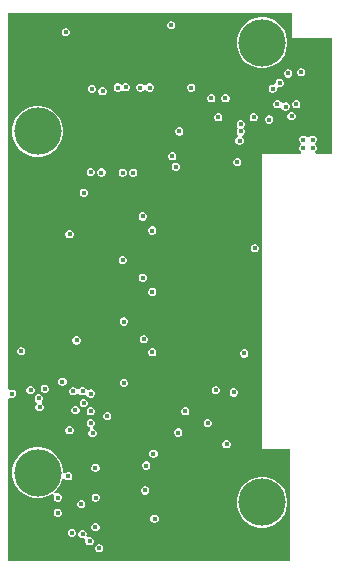
<source format=gbr>
G04*
G04 #@! TF.GenerationSoftware,Altium Limited,Altium Designer,24.9.1 (31)*
G04*
G04 Layer_Physical_Order=3*
G04 Layer_Color=3707366*
%FSLAX44Y44*%
%MOMM*%
G71*
G04*
G04 #@! TF.SameCoordinates,E7EBA232-3E41-4796-8E0E-ADA696DDDB0D*
G04*
G04*
G04 #@! TF.FilePolarity,Positive*
G04*
G01*
G75*
%ADD13C,4.0000*%
%ADD14C,0.4000*%
G36*
X240000Y443000D02*
X274000D01*
Y345000D01*
X260301D01*
X259903Y347000D01*
X259983Y347033D01*
X260967Y348017D01*
X261500Y349304D01*
Y350696D01*
X260967Y351983D01*
X260756Y352193D01*
X260207Y353500D01*
X260756Y354807D01*
X260967Y355017D01*
X261500Y356304D01*
Y357696D01*
X260967Y358983D01*
X259983Y359967D01*
X258696Y360500D01*
X257304D01*
X256017Y359967D01*
X255033Y358983D01*
X252967D01*
X251983Y359967D01*
X250696Y360500D01*
X249304D01*
X248017Y359967D01*
X247033Y358983D01*
X246500Y357696D01*
Y356304D01*
X247033Y355017D01*
X247244Y354807D01*
X247793Y353500D01*
X247244Y352193D01*
X247033Y351983D01*
X246500Y350696D01*
Y349304D01*
X247033Y348017D01*
X248017Y347033D01*
X248097Y347000D01*
X247699Y345000D01*
X215000D01*
Y95000D01*
X239000D01*
Y0D01*
X0D01*
Y137380D01*
X329Y137727D01*
X2000Y138551D01*
X2648Y138283D01*
X4041D01*
X5327Y138816D01*
X6312Y139800D01*
X6844Y141087D01*
Y142479D01*
X6312Y143765D01*
X5327Y144750D01*
X4041Y145283D01*
X2648D01*
X2000Y145014D01*
X329Y145839D01*
X0Y146186D01*
Y464000D01*
X240000D01*
Y443000D01*
D02*
G37*
%LPC*%
G36*
X138696Y457500D02*
X137304D01*
X136017Y456967D01*
X135033Y455983D01*
X134500Y454696D01*
Y453304D01*
X135033Y452017D01*
X136017Y451033D01*
X137304Y450500D01*
X138696D01*
X139983Y451033D01*
X140967Y452017D01*
X141500Y453304D01*
Y454696D01*
X140967Y455983D01*
X139983Y456967D01*
X138696Y457500D01*
D02*
G37*
G36*
X49696Y451500D02*
X48304D01*
X47017Y450967D01*
X46033Y449983D01*
X45500Y448696D01*
Y447304D01*
X46033Y446017D01*
X47017Y445033D01*
X48304Y444500D01*
X49696D01*
X50983Y445033D01*
X51967Y446017D01*
X52500Y447304D01*
Y448696D01*
X51967Y449983D01*
X50983Y450967D01*
X49696Y451500D01*
D02*
G37*
G36*
X217118Y460500D02*
X212882D01*
X208729Y459674D01*
X204816Y458053D01*
X201295Y455700D01*
X198300Y452705D01*
X195947Y449184D01*
X194326Y445271D01*
X193500Y441118D01*
Y436882D01*
X194326Y432729D01*
X195947Y428816D01*
X198300Y425295D01*
X201295Y422300D01*
X204816Y419947D01*
X208729Y418326D01*
X212882Y417500D01*
X217118D01*
X221271Y418326D01*
X225184Y419947D01*
X228705Y422300D01*
X231700Y425295D01*
X234053Y428816D01*
X235674Y432729D01*
X236500Y436882D01*
Y441118D01*
X235674Y445271D01*
X234053Y449184D01*
X231700Y452705D01*
X228705Y455700D01*
X225184Y458053D01*
X221271Y459674D01*
X217118Y460500D01*
D02*
G37*
G36*
X248696Y417500D02*
X247304D01*
X246017Y416967D01*
X245033Y415983D01*
X244500Y414696D01*
Y413304D01*
X245033Y412017D01*
X246017Y411033D01*
X247304Y410500D01*
X248696D01*
X249983Y411033D01*
X250967Y412017D01*
X251500Y413304D01*
Y414696D01*
X250967Y415983D01*
X249983Y416967D01*
X248696Y417500D01*
D02*
G37*
G36*
X237696Y416500D02*
X236304D01*
X235017Y415967D01*
X234033Y414983D01*
X233500Y413696D01*
Y412304D01*
X234033Y411017D01*
X235017Y410033D01*
X236304Y409500D01*
X237696D01*
X238983Y410033D01*
X239967Y411017D01*
X240500Y412304D01*
Y413696D01*
X239967Y414983D01*
X238983Y415967D01*
X237696Y416500D01*
D02*
G37*
G36*
X100352Y404844D02*
X98959D01*
X97673Y404312D01*
X97462Y404101D01*
X96398Y403448D01*
X94858Y404092D01*
X93571Y404625D01*
X92179D01*
X90892Y404092D01*
X89908Y403108D01*
X89375Y401821D01*
Y400429D01*
X89908Y399142D01*
X90892Y398158D01*
X92179Y397625D01*
X93571D01*
X94858Y398158D01*
X95068Y398369D01*
X96133Y399021D01*
X97673Y398377D01*
X98959Y397844D01*
X100352D01*
X101638Y398377D01*
X102623Y399362D01*
X103156Y400648D01*
Y402041D01*
X102623Y403327D01*
X101638Y404312D01*
X100352Y404844D01*
D02*
G37*
G36*
X120571Y404625D02*
X119179D01*
X117892Y404092D01*
X117030Y403229D01*
X116205Y403131D01*
X114772Y403178D01*
X113983Y403967D01*
X112696Y404500D01*
X111304D01*
X110017Y403967D01*
X109033Y402983D01*
X108500Y401696D01*
Y400304D01*
X109033Y399017D01*
X110017Y398033D01*
X111304Y397500D01*
X112696D01*
X113983Y398033D01*
X114845Y398896D01*
X115671Y398994D01*
X117103Y398947D01*
X117892Y398158D01*
X119179Y397625D01*
X120571D01*
X121858Y398158D01*
X122842Y399142D01*
X123375Y400429D01*
Y401821D01*
X122842Y403108D01*
X121858Y404092D01*
X120571Y404625D01*
D02*
G37*
G36*
X155696Y404500D02*
X154304D01*
X153017Y403967D01*
X152033Y402983D01*
X151500Y401696D01*
Y400304D01*
X152033Y399017D01*
X153017Y398033D01*
X154304Y397500D01*
X155696D01*
X156983Y398033D01*
X157967Y399017D01*
X158500Y400304D01*
Y401696D01*
X157967Y402983D01*
X156983Y403967D01*
X155696Y404500D01*
D02*
G37*
G36*
X230696Y408500D02*
X229304D01*
X228017Y407967D01*
X227033Y406983D01*
X226500Y405696D01*
Y404918D01*
X225169Y403711D01*
X224696Y403500D01*
X223304D01*
X222017Y402967D01*
X221033Y401983D01*
X220500Y400696D01*
Y399304D01*
X221033Y398017D01*
X222017Y397033D01*
X223304Y396500D01*
X224696D01*
X225983Y397033D01*
X226967Y398017D01*
X227500Y399304D01*
Y400082D01*
X228831Y401289D01*
X229304Y401500D01*
X230696D01*
X231983Y402033D01*
X232967Y403017D01*
X233500Y404304D01*
Y405696D01*
X232967Y406983D01*
X231983Y407967D01*
X230696Y408500D01*
D02*
G37*
G36*
X71696Y403500D02*
X70304D01*
X69017Y402967D01*
X68033Y401983D01*
X67500Y400696D01*
Y399304D01*
X68033Y398017D01*
X69017Y397033D01*
X70304Y396500D01*
X71696D01*
X72983Y397033D01*
X73967Y398017D01*
X74500Y399304D01*
Y400696D01*
X73967Y401983D01*
X72983Y402967D01*
X71696Y403500D01*
D02*
G37*
G36*
X80696Y401500D02*
X79304D01*
X78017Y400967D01*
X77033Y399983D01*
X76500Y398696D01*
Y397304D01*
X77033Y396017D01*
X78017Y395033D01*
X79304Y394500D01*
X80696D01*
X81983Y395033D01*
X82967Y396017D01*
X83500Y397304D01*
Y398696D01*
X82967Y399983D01*
X81983Y400967D01*
X80696Y401500D01*
D02*
G37*
G36*
X184696Y395500D02*
X183304D01*
X182017Y394967D01*
X181033Y393983D01*
X180500Y392696D01*
Y391304D01*
X181033Y390017D01*
X182017Y389033D01*
X183304Y388500D01*
X184696D01*
X185983Y389033D01*
X186967Y390017D01*
X187500Y391304D01*
Y392696D01*
X186967Y393983D01*
X185983Y394967D01*
X184696Y395500D01*
D02*
G37*
G36*
X172696D02*
X171304D01*
X170017Y394967D01*
X169033Y393983D01*
X168500Y392696D01*
Y391304D01*
X169033Y390017D01*
X170017Y389033D01*
X171304Y388500D01*
X172696D01*
X173983Y389033D01*
X174967Y390017D01*
X175500Y391304D01*
Y392696D01*
X174967Y393983D01*
X173983Y394967D01*
X172696Y395500D01*
D02*
G37*
G36*
X244696Y390500D02*
X243304D01*
X242017Y389967D01*
X241033Y388983D01*
X240500Y387696D01*
Y386304D01*
X241033Y385017D01*
X242017Y384033D01*
X243304Y383500D01*
X244696D01*
X245983Y384033D01*
X246967Y385017D01*
X247500Y386304D01*
Y387696D01*
X246967Y388983D01*
X245983Y389967D01*
X244696Y390500D01*
D02*
G37*
G36*
X228696D02*
X227304D01*
X226017Y389967D01*
X225033Y388983D01*
X224500Y387696D01*
Y386304D01*
X225033Y385017D01*
X226017Y384033D01*
X227304Y383500D01*
X228696D01*
X229652Y383896D01*
X230081Y383991D01*
X231963Y383185D01*
X232033Y383017D01*
X233017Y382033D01*
X234304Y381500D01*
X235696D01*
X236983Y382033D01*
X237967Y383017D01*
X238500Y384304D01*
Y385696D01*
X237967Y386983D01*
X236983Y387967D01*
X235696Y388500D01*
X234304D01*
X233348Y388104D01*
X232919Y388009D01*
X231037Y388815D01*
X230967Y388983D01*
X229983Y389967D01*
X228696Y390500D01*
D02*
G37*
G36*
X240696Y380500D02*
X239304D01*
X238017Y379967D01*
X237033Y378983D01*
X236500Y377696D01*
Y376304D01*
X237033Y375017D01*
X238017Y374033D01*
X239304Y373500D01*
X240696D01*
X241983Y374033D01*
X242967Y375017D01*
X243500Y376304D01*
Y377696D01*
X242967Y378983D01*
X241983Y379967D01*
X240696Y380500D01*
D02*
G37*
G36*
X208696Y379500D02*
X207304D01*
X206017Y378967D01*
X205033Y377983D01*
X204500Y376696D01*
Y375304D01*
X205033Y374017D01*
X206017Y373033D01*
X207304Y372500D01*
X208696D01*
X209983Y373033D01*
X210967Y374017D01*
X211500Y375304D01*
Y376696D01*
X210967Y377983D01*
X209983Y378967D01*
X208696Y379500D01*
D02*
G37*
G36*
X178696D02*
X177304D01*
X176017Y378967D01*
X175033Y377983D01*
X174500Y376696D01*
Y375304D01*
X175033Y374017D01*
X176017Y373033D01*
X177304Y372500D01*
X178696D01*
X179983Y373033D01*
X180967Y374017D01*
X181500Y375304D01*
Y376696D01*
X180967Y377983D01*
X179983Y378967D01*
X178696Y379500D01*
D02*
G37*
G36*
X221696Y377500D02*
X220304D01*
X219017Y376967D01*
X218033Y375983D01*
X217500Y374696D01*
Y373304D01*
X218033Y372017D01*
X219017Y371033D01*
X220304Y370500D01*
X221696D01*
X222983Y371033D01*
X223967Y372017D01*
X224500Y373304D01*
Y374696D01*
X223967Y375983D01*
X222983Y376967D01*
X221696Y377500D01*
D02*
G37*
G36*
X145696Y367500D02*
X144304D01*
X143017Y366967D01*
X142033Y365983D01*
X141500Y364696D01*
Y363304D01*
X142033Y362017D01*
X143017Y361033D01*
X144304Y360500D01*
X145696D01*
X146983Y361033D01*
X147967Y362017D01*
X148500Y363304D01*
Y364696D01*
X147967Y365983D01*
X146983Y366967D01*
X145696Y367500D01*
D02*
G37*
G36*
X197696Y373500D02*
X196304D01*
X195017Y372967D01*
X194033Y371983D01*
X193500Y370696D01*
Y369304D01*
X194033Y368017D01*
X194987Y367000D01*
X194033Y365983D01*
X193500Y364696D01*
Y363304D01*
X194033Y362017D01*
X194702Y361348D01*
X194628Y359832D01*
X194398Y359125D01*
X194017Y358967D01*
X193033Y357983D01*
X192500Y356696D01*
Y355304D01*
X193033Y354017D01*
X194017Y353033D01*
X195304Y352500D01*
X196696D01*
X197983Y353033D01*
X198967Y354017D01*
X199500Y355304D01*
Y356696D01*
X198967Y357983D01*
X198298Y358652D01*
X198372Y360168D01*
X198602Y360875D01*
X198983Y361033D01*
X199967Y362017D01*
X200500Y363304D01*
Y364696D01*
X199967Y365983D01*
X199013Y367000D01*
X199967Y368017D01*
X200500Y369304D01*
Y370696D01*
X199967Y371983D01*
X198983Y372967D01*
X197696Y373500D01*
D02*
G37*
G36*
X27118Y385500D02*
X22882D01*
X18729Y384674D01*
X14816Y383053D01*
X11295Y380700D01*
X8300Y377705D01*
X5947Y374184D01*
X4326Y370271D01*
X3500Y366118D01*
Y361882D01*
X4326Y357729D01*
X5947Y353816D01*
X8300Y350295D01*
X11295Y347300D01*
X14816Y344947D01*
X18729Y343326D01*
X22882Y342500D01*
X27118D01*
X31271Y343326D01*
X35184Y344947D01*
X38705Y347300D01*
X41700Y350295D01*
X44053Y353816D01*
X45674Y357729D01*
X46500Y361882D01*
Y366118D01*
X45674Y370271D01*
X44053Y374184D01*
X41700Y377705D01*
X38705Y380700D01*
X35184Y383053D01*
X31271Y384674D01*
X27118Y385500D01*
D02*
G37*
G36*
X139696Y346500D02*
X138304D01*
X137017Y345967D01*
X136033Y344983D01*
X135500Y343696D01*
Y342304D01*
X136033Y341017D01*
X137017Y340033D01*
X138304Y339500D01*
X139696D01*
X140983Y340033D01*
X141967Y341017D01*
X142500Y342304D01*
Y343696D01*
X141967Y344983D01*
X140983Y345967D01*
X139696Y346500D01*
D02*
G37*
G36*
X194696Y341500D02*
X193304D01*
X192017Y340967D01*
X191033Y339983D01*
X190500Y338696D01*
Y337304D01*
X191033Y336017D01*
X192017Y335033D01*
X193304Y334500D01*
X194696D01*
X195983Y335033D01*
X196967Y336017D01*
X197500Y337304D01*
Y338696D01*
X196967Y339983D01*
X195983Y340967D01*
X194696Y341500D01*
D02*
G37*
G36*
X142696Y337500D02*
X141304D01*
X140017Y336967D01*
X139033Y335983D01*
X138500Y334696D01*
Y333304D01*
X139033Y332017D01*
X140017Y331033D01*
X141304Y330500D01*
X142696D01*
X143983Y331033D01*
X144967Y332017D01*
X145500Y333304D01*
Y334696D01*
X144967Y335983D01*
X143983Y336967D01*
X142696Y337500D01*
D02*
G37*
G36*
X70696Y332987D02*
X69304D01*
X68017Y332454D01*
X67033Y331470D01*
X66500Y330183D01*
Y328791D01*
X67033Y327505D01*
X68017Y326520D01*
X69304Y325987D01*
X70696D01*
X71983Y326520D01*
X72967Y327505D01*
X73500Y328791D01*
Y330183D01*
X72967Y331470D01*
X71983Y332454D01*
X70696Y332987D01*
D02*
G37*
G36*
X79696Y332625D02*
X78304D01*
X77017Y332092D01*
X76033Y331108D01*
X75500Y329821D01*
Y328429D01*
X76033Y327142D01*
X77017Y326158D01*
X78304Y325625D01*
X79696D01*
X80983Y326158D01*
X81967Y327142D01*
X82500Y328429D01*
Y329821D01*
X81967Y331108D01*
X80983Y332092D01*
X79696Y332625D01*
D02*
G37*
G36*
X106696Y332500D02*
X105304D01*
X104017Y331967D01*
X103033Y330983D01*
X102500Y329696D01*
Y328304D01*
X103033Y327017D01*
X104017Y326033D01*
X105304Y325500D01*
X106696D01*
X107983Y326033D01*
X108967Y327017D01*
X109500Y328304D01*
Y329696D01*
X108967Y330983D01*
X107983Y331967D01*
X106696Y332500D01*
D02*
G37*
G36*
X97696D02*
X96304D01*
X95017Y331967D01*
X94033Y330983D01*
X93500Y329696D01*
Y328304D01*
X94033Y327017D01*
X95017Y326033D01*
X96304Y325500D01*
X97696D01*
X98983Y326033D01*
X99967Y327017D01*
X100500Y328304D01*
Y329696D01*
X99967Y330983D01*
X98983Y331967D01*
X97696Y332500D01*
D02*
G37*
G36*
X64696Y315500D02*
X63304D01*
X62017Y314967D01*
X61033Y313983D01*
X60500Y312696D01*
Y311304D01*
X61033Y310017D01*
X62017Y309033D01*
X63304Y308500D01*
X64696D01*
X65983Y309033D01*
X66967Y310017D01*
X67500Y311304D01*
Y312696D01*
X66967Y313983D01*
X65983Y314967D01*
X64696Y315500D01*
D02*
G37*
G36*
X114696Y295500D02*
X113304D01*
X112017Y294967D01*
X111033Y293983D01*
X110500Y292696D01*
Y291304D01*
X111033Y290017D01*
X112017Y289033D01*
X113304Y288500D01*
X114696D01*
X115983Y289033D01*
X116967Y290017D01*
X117500Y291304D01*
Y292696D01*
X116967Y293983D01*
X115983Y294967D01*
X114696Y295500D01*
D02*
G37*
G36*
X122696Y283500D02*
X121304D01*
X120017Y282967D01*
X119033Y281983D01*
X118500Y280696D01*
Y279304D01*
X119033Y278017D01*
X120017Y277033D01*
X121304Y276500D01*
X122696D01*
X123983Y277033D01*
X124967Y278017D01*
X125500Y279304D01*
Y280696D01*
X124967Y281983D01*
X123983Y282967D01*
X122696Y283500D01*
D02*
G37*
G36*
X52696Y280429D02*
X51304D01*
X50017Y279896D01*
X49033Y278912D01*
X48500Y277625D01*
Y276233D01*
X49033Y274946D01*
X50017Y273962D01*
X51304Y273429D01*
X52696D01*
X53983Y273962D01*
X54967Y274946D01*
X55500Y276233D01*
Y277625D01*
X54967Y278912D01*
X53983Y279896D01*
X52696Y280429D01*
D02*
G37*
G36*
X209696Y268500D02*
X208304D01*
X207017Y267967D01*
X206033Y266983D01*
X205500Y265696D01*
Y264304D01*
X206033Y263017D01*
X207017Y262033D01*
X208304Y261500D01*
X209696D01*
X210983Y262033D01*
X211967Y263017D01*
X212500Y264304D01*
Y265696D01*
X211967Y266983D01*
X210983Y267967D01*
X209696Y268500D01*
D02*
G37*
G36*
X97696Y258500D02*
X96304D01*
X95017Y257967D01*
X94033Y256983D01*
X93500Y255696D01*
Y254304D01*
X94033Y253017D01*
X95017Y252033D01*
X96304Y251500D01*
X97696D01*
X98983Y252033D01*
X99967Y253017D01*
X100500Y254304D01*
Y255696D01*
X99967Y256983D01*
X98983Y257967D01*
X97696Y258500D01*
D02*
G37*
G36*
X114696Y243500D02*
X113304D01*
X112017Y242967D01*
X111033Y241983D01*
X110500Y240696D01*
Y239304D01*
X111033Y238017D01*
X112017Y237033D01*
X113304Y236500D01*
X114696D01*
X115983Y237033D01*
X116967Y238017D01*
X117500Y239304D01*
Y240696D01*
X116967Y241983D01*
X115983Y242967D01*
X114696Y243500D01*
D02*
G37*
G36*
X122696Y231500D02*
X121304D01*
X120017Y230967D01*
X119033Y229983D01*
X118500Y228696D01*
Y227304D01*
X119033Y226017D01*
X120017Y225033D01*
X121304Y224500D01*
X122696D01*
X123983Y225033D01*
X124967Y226017D01*
X125500Y227304D01*
Y228696D01*
X124967Y229983D01*
X123983Y230967D01*
X122696Y231500D01*
D02*
G37*
G36*
X98696Y206500D02*
X97304D01*
X96017Y205967D01*
X95033Y204983D01*
X94500Y203696D01*
Y202304D01*
X95033Y201017D01*
X96017Y200033D01*
X97304Y199500D01*
X98696D01*
X99983Y200033D01*
X100967Y201017D01*
X101500Y202304D01*
Y203696D01*
X100967Y204983D01*
X99983Y205967D01*
X98696Y206500D01*
D02*
G37*
G36*
X115696Y191500D02*
X114304D01*
X113017Y190967D01*
X112033Y189983D01*
X111500Y188696D01*
Y187304D01*
X112033Y186017D01*
X113017Y185033D01*
X114304Y184500D01*
X115696D01*
X116983Y185033D01*
X117967Y186017D01*
X118500Y187304D01*
Y188696D01*
X117967Y189983D01*
X116983Y190967D01*
X115696Y191500D01*
D02*
G37*
G36*
X58696Y190500D02*
X57304D01*
X56017Y189967D01*
X55033Y188983D01*
X54500Y187696D01*
Y186304D01*
X55033Y185017D01*
X56017Y184033D01*
X57304Y183500D01*
X58696D01*
X59983Y184033D01*
X60967Y185017D01*
X61500Y186304D01*
Y187696D01*
X60967Y188983D01*
X59983Y189967D01*
X58696Y190500D01*
D02*
G37*
G36*
X11696Y181500D02*
X10304D01*
X9017Y180967D01*
X8033Y179983D01*
X7500Y178696D01*
Y177304D01*
X8033Y176017D01*
X9017Y175033D01*
X10304Y174500D01*
X11696D01*
X12983Y175033D01*
X13967Y176017D01*
X14500Y177304D01*
Y178696D01*
X13967Y179983D01*
X12983Y180967D01*
X11696Y181500D01*
D02*
G37*
G36*
X122696Y180500D02*
X121304D01*
X120017Y179967D01*
X119033Y178983D01*
X118500Y177696D01*
Y176304D01*
X119033Y175017D01*
X120017Y174033D01*
X121304Y173500D01*
X122696D01*
X123983Y174033D01*
X124967Y175017D01*
X125500Y176304D01*
Y177696D01*
X124967Y178983D01*
X123983Y179967D01*
X122696Y180500D01*
D02*
G37*
G36*
X200696Y179500D02*
X199304D01*
X198017Y178967D01*
X197033Y177983D01*
X196500Y176696D01*
Y175304D01*
X197033Y174017D01*
X198017Y173033D01*
X199304Y172500D01*
X200696D01*
X201983Y173033D01*
X202967Y174017D01*
X203500Y175304D01*
Y176696D01*
X202967Y177983D01*
X201983Y178967D01*
X200696Y179500D01*
D02*
G37*
G36*
X46696Y155500D02*
X45304D01*
X44017Y154967D01*
X43033Y153983D01*
X42500Y152696D01*
Y151304D01*
X43033Y150017D01*
X44017Y149033D01*
X45304Y148500D01*
X46696D01*
X47983Y149033D01*
X48967Y150017D01*
X49500Y151304D01*
Y152696D01*
X48967Y153983D01*
X47983Y154967D01*
X46696Y155500D01*
D02*
G37*
G36*
X98696Y154500D02*
X97304D01*
X96017Y153967D01*
X95033Y152983D01*
X94500Y151696D01*
Y150304D01*
X95033Y149017D01*
X96017Y148033D01*
X97304Y147500D01*
X98696D01*
X99983Y148033D01*
X100967Y149017D01*
X101500Y150304D01*
Y151696D01*
X100967Y152983D01*
X99983Y153967D01*
X98696Y154500D01*
D02*
G37*
G36*
X63696Y147500D02*
X62304D01*
X61017Y146967D01*
X60033Y145983D01*
X57967D01*
X56983Y146967D01*
X55696Y147500D01*
X54304D01*
X53017Y146967D01*
X52033Y145983D01*
X51500Y144696D01*
Y143304D01*
X52033Y142017D01*
X53017Y141033D01*
X54304Y140500D01*
X55696D01*
X56983Y141033D01*
X57967Y142017D01*
X60033D01*
X61017Y141033D01*
X62304Y140500D01*
X63696D01*
X64652Y140896D01*
X65081Y140991D01*
X66963Y140185D01*
X67033Y140017D01*
X68017Y139033D01*
X69304Y138500D01*
X70696D01*
X71983Y139033D01*
X72967Y140017D01*
X73500Y141304D01*
Y142696D01*
X72967Y143983D01*
X71983Y144967D01*
X70696Y145500D01*
X69304D01*
X68348Y145104D01*
X67919Y145009D01*
X66037Y145815D01*
X65967Y145983D01*
X64983Y146967D01*
X63696Y147500D01*
D02*
G37*
G36*
X31696Y149500D02*
X30304D01*
X29017Y148967D01*
X28033Y147983D01*
X27500Y146696D01*
Y145304D01*
X28033Y144017D01*
X29017Y143033D01*
X30304Y142500D01*
X31696D01*
X32983Y143033D01*
X33967Y144017D01*
X34500Y145304D01*
Y146696D01*
X33967Y147983D01*
X32983Y148967D01*
X31696Y149500D01*
D02*
G37*
G36*
X176696Y148500D02*
X175304D01*
X174017Y147967D01*
X173033Y146983D01*
X172500Y145696D01*
Y144304D01*
X173033Y143017D01*
X174017Y142033D01*
X175304Y141500D01*
X176696D01*
X177983Y142033D01*
X178967Y143017D01*
X179500Y144304D01*
Y145696D01*
X178967Y146983D01*
X177983Y147967D01*
X176696Y148500D01*
D02*
G37*
G36*
X19696D02*
X18304D01*
X17017Y147967D01*
X16033Y146983D01*
X15500Y145696D01*
Y144304D01*
X16033Y143017D01*
X17017Y142033D01*
X18304Y141500D01*
X19696D01*
X20983Y142033D01*
X21967Y143017D01*
X22500Y144304D01*
Y145696D01*
X21967Y146983D01*
X20983Y147967D01*
X19696Y148500D01*
D02*
G37*
G36*
X191696Y146500D02*
X190304D01*
X189017Y145967D01*
X188033Y144983D01*
X187500Y143696D01*
Y142304D01*
X188033Y141017D01*
X189017Y140033D01*
X190304Y139500D01*
X191696D01*
X192983Y140033D01*
X193967Y141017D01*
X194500Y142304D01*
Y143696D01*
X193967Y144983D01*
X192983Y145967D01*
X191696Y146500D01*
D02*
G37*
G36*
X64696Y137500D02*
X63304D01*
X62017Y136967D01*
X61033Y135983D01*
X60500Y134696D01*
Y133304D01*
X61033Y132017D01*
X62017Y131033D01*
X63304Y130500D01*
X64696D01*
X65983Y131033D01*
X66967Y132017D01*
X67500Y133304D01*
Y134696D01*
X66967Y135983D01*
X65983Y136967D01*
X64696Y137500D01*
D02*
G37*
G36*
X26663Y141517D02*
X25271D01*
X23985Y140985D01*
X23000Y140000D01*
X22467Y138714D01*
Y137321D01*
X23000Y136035D01*
X23834Y135201D01*
X23992Y134889D01*
X24089Y132842D01*
X23729Y132483D01*
X23196Y131196D01*
Y129804D01*
X23729Y128517D01*
X24714Y127533D01*
X26000Y127000D01*
X27392D01*
X28679Y127533D01*
X29663Y128517D01*
X30196Y129804D01*
Y131196D01*
X29663Y132483D01*
X28829Y133317D01*
X28671Y133628D01*
X28575Y135675D01*
X28934Y136035D01*
X29467Y137321D01*
Y138714D01*
X28934Y140000D01*
X27950Y140985D01*
X26663Y141517D01*
D02*
G37*
G36*
X57696Y131500D02*
X56304D01*
X55017Y130967D01*
X54033Y129983D01*
X53500Y128696D01*
Y127304D01*
X54033Y126017D01*
X55017Y125033D01*
X56304Y124500D01*
X57696D01*
X58983Y125033D01*
X59967Y126017D01*
X60500Y127304D01*
Y128696D01*
X59967Y129983D01*
X58983Y130967D01*
X57696Y131500D01*
D02*
G37*
G36*
X150696Y130500D02*
X149304D01*
X148017Y129967D01*
X147033Y128983D01*
X146500Y127696D01*
Y126304D01*
X147033Y125017D01*
X148017Y124033D01*
X149304Y123500D01*
X150696D01*
X151983Y124033D01*
X152967Y125017D01*
X153500Y126304D01*
Y127696D01*
X152967Y128983D01*
X151983Y129967D01*
X150696Y130500D01*
D02*
G37*
G36*
X70701Y130495D02*
X69309D01*
X68023Y129962D01*
X67038Y128977D01*
X66505Y127691D01*
Y126299D01*
X67038Y125012D01*
X68023Y124028D01*
X69309Y123495D01*
X70701D01*
X71988Y124028D01*
X72972Y125012D01*
X73505Y126299D01*
Y127691D01*
X72972Y128977D01*
X71988Y129962D01*
X70701Y130495D01*
D02*
G37*
G36*
X84696Y126500D02*
X83304D01*
X82017Y125967D01*
X81033Y124983D01*
X80500Y123696D01*
Y122304D01*
X81033Y121017D01*
X82017Y120033D01*
X83304Y119500D01*
X84696D01*
X85983Y120033D01*
X86967Y121017D01*
X87500Y122304D01*
Y123696D01*
X86967Y124983D01*
X85983Y125967D01*
X84696Y126500D01*
D02*
G37*
G36*
X169696Y120500D02*
X168304D01*
X167017Y119967D01*
X166033Y118983D01*
X165500Y117696D01*
Y116304D01*
X166033Y115017D01*
X167017Y114033D01*
X168304Y113500D01*
X169696D01*
X170983Y114033D01*
X171967Y115017D01*
X172500Y116304D01*
Y117696D01*
X171967Y118983D01*
X170983Y119967D01*
X169696Y120500D01*
D02*
G37*
G36*
X52696Y114500D02*
X51304D01*
X50017Y113967D01*
X49033Y112983D01*
X48500Y111696D01*
Y110304D01*
X49033Y109017D01*
X50017Y108033D01*
X51304Y107500D01*
X52696D01*
X53983Y108033D01*
X54967Y109017D01*
X55500Y110304D01*
Y111696D01*
X54967Y112983D01*
X53983Y113967D01*
X52696Y114500D01*
D02*
G37*
G36*
X144696Y112500D02*
X143304D01*
X142017Y111967D01*
X141033Y110983D01*
X140500Y109696D01*
Y108304D01*
X141033Y107017D01*
X142017Y106033D01*
X143304Y105500D01*
X144696D01*
X145983Y106033D01*
X146967Y107017D01*
X147500Y108304D01*
Y109696D01*
X146967Y110983D01*
X145983Y111967D01*
X144696Y112500D01*
D02*
G37*
G36*
X70696Y120500D02*
X69304D01*
X68017Y119967D01*
X67033Y118983D01*
X66500Y117696D01*
Y116304D01*
X67033Y115017D01*
X68017Y114033D01*
X69251Y113522D01*
X69331Y113312D01*
X69597Y111500D01*
X69517Y111467D01*
X68533Y110483D01*
X68000Y109196D01*
Y107804D01*
X68533Y106517D01*
X69517Y105533D01*
X70804Y105000D01*
X72196D01*
X73483Y105533D01*
X74467Y106517D01*
X75000Y107804D01*
Y109196D01*
X74467Y110483D01*
X73483Y111467D01*
X72249Y111978D01*
X72169Y112188D01*
X71903Y114000D01*
X71983Y114033D01*
X72967Y115017D01*
X73500Y116304D01*
Y117696D01*
X72967Y118983D01*
X71983Y119967D01*
X70696Y120500D01*
D02*
G37*
G36*
X185696Y102500D02*
X184304D01*
X183017Y101967D01*
X182033Y100983D01*
X181500Y99696D01*
Y98304D01*
X182033Y97017D01*
X183017Y96033D01*
X184304Y95500D01*
X185696D01*
X186983Y96033D01*
X187967Y97017D01*
X188500Y98304D01*
Y99696D01*
X187967Y100983D01*
X186983Y101967D01*
X185696Y102500D01*
D02*
G37*
G36*
X123696Y94500D02*
X122304D01*
X121017Y93967D01*
X120033Y92983D01*
X119500Y91696D01*
Y90304D01*
X120033Y89017D01*
X121017Y88033D01*
X122304Y87500D01*
X123696D01*
X124983Y88033D01*
X125967Y89017D01*
X126500Y90304D01*
Y91696D01*
X125967Y92983D01*
X124983Y93967D01*
X123696Y94500D01*
D02*
G37*
G36*
X117696Y84500D02*
X116304D01*
X115017Y83967D01*
X114033Y82983D01*
X113500Y81696D01*
Y80304D01*
X114033Y79017D01*
X115017Y78033D01*
X116304Y77500D01*
X117696D01*
X118983Y78033D01*
X119967Y79017D01*
X120500Y80304D01*
Y81696D01*
X119967Y82983D01*
X118983Y83967D01*
X117696Y84500D01*
D02*
G37*
G36*
X74696Y82500D02*
X73304D01*
X72017Y81967D01*
X71033Y80983D01*
X70500Y79696D01*
Y78304D01*
X71033Y77017D01*
X72017Y76033D01*
X73304Y75500D01*
X74696D01*
X75983Y76033D01*
X76967Y77017D01*
X77500Y78304D01*
Y79696D01*
X76967Y80983D01*
X75983Y81967D01*
X74696Y82500D01*
D02*
G37*
G36*
X27118Y96500D02*
X22882D01*
X18729Y95674D01*
X14816Y94053D01*
X11295Y91700D01*
X8300Y88705D01*
X5947Y85184D01*
X4326Y81271D01*
X3500Y77118D01*
Y72882D01*
X4326Y68729D01*
X5947Y64816D01*
X8300Y61295D01*
X11295Y58300D01*
X14816Y55947D01*
X18729Y54326D01*
X22882Y53500D01*
X27118D01*
X31271Y54326D01*
X35184Y55947D01*
X37485Y57484D01*
X39063Y56133D01*
X39033Y55983D01*
X38842Y55523D01*
X38500Y54696D01*
Y53304D01*
X39033Y52017D01*
X40017Y51033D01*
X41304Y50500D01*
X42696D01*
X43983Y51033D01*
X44967Y52017D01*
X45500Y53304D01*
Y54696D01*
X44967Y55983D01*
X43983Y56967D01*
X42696Y57500D01*
X41304D01*
X40017Y56967D01*
X40017D01*
X40907Y57336D01*
X39998Y56995D01*
X38928Y58495D01*
X38925Y58520D01*
X39637Y59231D01*
X41700Y61295D01*
X44053Y64816D01*
X45674Y68729D01*
X45910Y69916D01*
X47990Y70121D01*
X48033Y70017D01*
X49017Y69033D01*
X50304Y68500D01*
X51696D01*
X52983Y69033D01*
X53967Y70017D01*
X54500Y71304D01*
Y72696D01*
X53967Y73983D01*
X52983Y74967D01*
X51696Y75500D01*
X50304D01*
X49017Y74967D01*
X48500Y74450D01*
X46500Y75110D01*
Y77118D01*
X45674Y81271D01*
X44053Y85184D01*
X41700Y88705D01*
X38705Y91700D01*
X35184Y94053D01*
X31271Y95674D01*
X27118Y96500D01*
D02*
G37*
G36*
X116696Y63500D02*
X115304D01*
X114017Y62967D01*
X113033Y61983D01*
X112500Y60696D01*
Y59304D01*
X113033Y58017D01*
X114017Y57033D01*
X115304Y56500D01*
X116696D01*
X117983Y57033D01*
X118967Y58017D01*
X119500Y59304D01*
Y60696D01*
X118967Y61983D01*
X117983Y62967D01*
X116696Y63500D01*
D02*
G37*
G36*
X74821Y57375D02*
X73429D01*
X72142Y56842D01*
X71158Y55858D01*
X70625Y54571D01*
Y53179D01*
X71158Y51892D01*
X72142Y50908D01*
X73429Y50375D01*
X74821D01*
X76108Y50908D01*
X77092Y51892D01*
X77625Y53179D01*
Y54571D01*
X77092Y55858D01*
X76108Y56842D01*
X74821Y57375D01*
D02*
G37*
G36*
X62696Y52000D02*
X61304D01*
X60017Y51467D01*
X59033Y50483D01*
X58500Y49196D01*
Y47804D01*
X59033Y46517D01*
X60017Y45533D01*
X61304Y45000D01*
X62696D01*
X63983Y45533D01*
X64967Y46517D01*
X65500Y47804D01*
Y49196D01*
X64967Y50483D01*
X63983Y51467D01*
X62696Y52000D01*
D02*
G37*
G36*
X42696Y44500D02*
X41304D01*
X40017Y43967D01*
X39033Y42983D01*
X38500Y41696D01*
Y40304D01*
X39033Y39017D01*
X40017Y38033D01*
X41304Y37500D01*
X42696D01*
X43983Y38033D01*
X44967Y39017D01*
X45500Y40304D01*
Y41696D01*
X44967Y42983D01*
X43983Y43967D01*
X42696Y44500D01*
D02*
G37*
G36*
X124696Y39500D02*
X123304D01*
X122017Y38967D01*
X121033Y37983D01*
X120500Y36696D01*
Y35304D01*
X121033Y34017D01*
X122017Y33033D01*
X123304Y32500D01*
X124696D01*
X125983Y33033D01*
X126967Y34017D01*
X127500Y35304D01*
Y36696D01*
X126967Y37983D01*
X125983Y38967D01*
X124696Y39500D01*
D02*
G37*
G36*
X217118Y71500D02*
X212882D01*
X208729Y70674D01*
X204816Y69053D01*
X201295Y66700D01*
X198300Y63705D01*
X195947Y60184D01*
X194326Y56271D01*
X193500Y52118D01*
Y47882D01*
X194326Y43729D01*
X195947Y39816D01*
X198300Y36295D01*
X201295Y33300D01*
X204816Y30947D01*
X208729Y29326D01*
X212882Y28500D01*
X217118D01*
X221271Y29326D01*
X225184Y30947D01*
X228705Y33300D01*
X231700Y36295D01*
X234053Y39816D01*
X235674Y43729D01*
X236500Y47882D01*
Y52118D01*
X235674Y56271D01*
X234053Y60184D01*
X231700Y63705D01*
X228705Y66700D01*
X225184Y69053D01*
X221271Y70674D01*
X217118Y71500D01*
D02*
G37*
G36*
X74696Y32500D02*
X73304D01*
X72017Y31967D01*
X71033Y30983D01*
X70500Y29696D01*
Y28304D01*
X71033Y27017D01*
X72017Y26033D01*
X73304Y25500D01*
X74696D01*
X75983Y26033D01*
X76967Y27017D01*
X77500Y28304D01*
Y29696D01*
X76967Y30983D01*
X75983Y31967D01*
X74696Y32500D01*
D02*
G37*
G36*
X54696Y27500D02*
X53304D01*
X52017Y26967D01*
X51033Y25983D01*
X50500Y24696D01*
Y23304D01*
X51033Y22017D01*
X52017Y21033D01*
X53304Y20500D01*
X54696D01*
X55983Y21033D01*
X56967Y22017D01*
X57500Y23304D01*
Y24696D01*
X56967Y25983D01*
X55983Y26967D01*
X54696Y27500D01*
D02*
G37*
G36*
X63696Y26500D02*
X62304D01*
X61017Y25967D01*
X60033Y24983D01*
X59500Y23696D01*
Y22304D01*
X60033Y21017D01*
X61017Y20033D01*
X62304Y19500D01*
X63696D01*
X64162Y19693D01*
X65693Y18162D01*
X65500Y17696D01*
Y16304D01*
X66033Y15017D01*
X67017Y14033D01*
X68304Y13500D01*
X69696D01*
X70983Y14033D01*
X71967Y15017D01*
X72500Y16304D01*
Y17696D01*
X71967Y18983D01*
X70983Y19967D01*
X69696Y20500D01*
X68304D01*
X67838Y20307D01*
X66307Y21838D01*
X66500Y22304D01*
Y23696D01*
X65967Y24983D01*
X64983Y25967D01*
X63696Y26500D01*
D02*
G37*
G36*
X77696Y14500D02*
X76304D01*
X75017Y13967D01*
X74033Y12983D01*
X73500Y11696D01*
Y10304D01*
X74033Y9017D01*
X75017Y8033D01*
X76304Y7500D01*
X77696D01*
X78983Y8033D01*
X79967Y9017D01*
X80500Y10304D01*
Y11696D01*
X79967Y12983D01*
X78983Y13967D01*
X77696Y14500D01*
D02*
G37*
%LPD*%
D13*
X215000Y439000D02*
D03*
X25000Y364000D02*
D03*
Y75000D02*
D03*
X215000Y50000D02*
D03*
D14*
X3344Y141783D02*
D03*
X19000Y145000D02*
D03*
X25967Y138017D02*
D03*
X26696Y130500D02*
D03*
X42000Y41000D02*
D03*
Y54000D02*
D03*
X84000Y123000D02*
D03*
X209000Y290000D02*
D03*
X122000Y280000D02*
D03*
X62000Y48500D02*
D03*
X194000Y338000D02*
D03*
X138000Y454000D02*
D03*
X49000Y448000D02*
D03*
X64000Y312000D02*
D03*
X115000Y188000D02*
D03*
X114000Y240000D02*
D03*
Y292000D02*
D03*
X117000Y81000D02*
D03*
X116000Y60000D02*
D03*
X124000Y36000D02*
D03*
X123000Y91000D02*
D03*
X185000Y99000D02*
D03*
X2000Y162000D02*
D03*
Y156000D02*
D03*
Y150000D02*
D03*
X252000Y385000D02*
D03*
X254000Y402000D02*
D03*
X247000D02*
D03*
X87000Y260000D02*
D03*
X86000Y281000D02*
D03*
X13241Y101706D02*
D03*
X85000Y177000D02*
D03*
X99000Y29000D02*
D03*
Y54000D02*
D03*
Y79000D02*
D03*
X100000Y101000D02*
D03*
X260000Y432000D02*
D03*
Y417000D02*
D03*
X245000Y432000D02*
D03*
X230000Y87000D02*
D03*
Y72000D02*
D03*
Y27000D02*
D03*
Y12000D02*
D03*
X215000Y87000D02*
D03*
Y12000D02*
D03*
X200000Y207000D02*
D03*
Y132000D02*
D03*
Y117000D02*
D03*
Y102000D02*
D03*
Y87000D02*
D03*
Y72000D02*
D03*
Y27000D02*
D03*
Y12000D02*
D03*
X185000Y447000D02*
D03*
Y432000D02*
D03*
Y237000D02*
D03*
Y87000D02*
D03*
Y72000D02*
D03*
Y57000D02*
D03*
Y42000D02*
D03*
Y27000D02*
D03*
Y12000D02*
D03*
X170000Y447000D02*
D03*
Y432000D02*
D03*
Y237000D02*
D03*
Y222000D02*
D03*
Y102000D02*
D03*
Y87000D02*
D03*
Y72000D02*
D03*
Y57000D02*
D03*
Y42000D02*
D03*
Y12000D02*
D03*
X155000Y447000D02*
D03*
Y432000D02*
D03*
Y237000D02*
D03*
Y222000D02*
D03*
Y207000D02*
D03*
X140000Y237000D02*
D03*
Y222000D02*
D03*
Y207000D02*
D03*
Y42000D02*
D03*
Y27000D02*
D03*
X125000Y342000D02*
D03*
Y72000D02*
D03*
Y57000D02*
D03*
Y27000D02*
D03*
X110000Y372000D02*
D03*
X95000D02*
D03*
X80000D02*
D03*
Y267000D02*
D03*
Y252000D02*
D03*
Y237000D02*
D03*
Y222000D02*
D03*
X65000Y372000D02*
D03*
Y342000D02*
D03*
Y252000D02*
D03*
Y222000D02*
D03*
X50000Y12000D02*
D03*
X35000Y447000D02*
D03*
Y432000D02*
D03*
Y417000D02*
D03*
Y402000D02*
D03*
Y387000D02*
D03*
Y342000D02*
D03*
Y42000D02*
D03*
Y27000D02*
D03*
Y12000D02*
D03*
X20000Y447000D02*
D03*
Y432000D02*
D03*
Y417000D02*
D03*
Y402000D02*
D03*
Y387000D02*
D03*
Y312000D02*
D03*
Y42000D02*
D03*
Y27000D02*
D03*
Y12000D02*
D03*
X5000Y447000D02*
D03*
Y432000D02*
D03*
Y417000D02*
D03*
Y402000D02*
D03*
Y387000D02*
D03*
Y342000D02*
D03*
Y252000D02*
D03*
Y222000D02*
D03*
Y207000D02*
D03*
Y177000D02*
D03*
Y102000D02*
D03*
Y57000D02*
D03*
Y42000D02*
D03*
Y27000D02*
D03*
Y12000D02*
D03*
X46000Y152000D02*
D03*
X11000Y178000D02*
D03*
X74000Y79000D02*
D03*
X74125Y53875D02*
D03*
X74000Y29000D02*
D03*
X139000Y400000D02*
D03*
X218000Y401000D02*
D03*
X228000Y360918D02*
D03*
X235000Y385000D02*
D03*
X221000Y374000D02*
D03*
X209000Y265000D02*
D03*
X58000Y187000D02*
D03*
X200000Y151000D02*
D03*
Y176000D02*
D03*
X191000Y143000D02*
D03*
X70000Y142000D02*
D03*
X176000Y145000D02*
D03*
X52000Y276929D02*
D03*
X258000Y350000D02*
D03*
X250000D02*
D03*
X258000Y357000D02*
D03*
X250000D02*
D03*
X98000Y151000D02*
D03*
Y203000D02*
D03*
X97000Y255000D02*
D03*
X122000Y228000D02*
D03*
Y177000D02*
D03*
X196000Y356000D02*
D03*
X197000Y364000D02*
D03*
X145000D02*
D03*
X197000Y370000D02*
D03*
X208000Y376000D02*
D03*
X178000D02*
D03*
X184000Y392000D02*
D03*
X240000Y377000D02*
D03*
X244000Y387000D02*
D03*
X172000Y392000D02*
D03*
X139000Y343000D02*
D03*
X142000Y334000D02*
D03*
X155000Y401000D02*
D03*
X99656Y401344D02*
D03*
X92875Y401125D02*
D03*
X80000Y398000D02*
D03*
X71000Y400000D02*
D03*
X119875Y401125D02*
D03*
X112000Y401000D02*
D03*
X224000Y400000D02*
D03*
X228000Y387000D02*
D03*
X230000Y405000D02*
D03*
X237000Y413000D02*
D03*
X248000Y414000D02*
D03*
X54000Y24000D02*
D03*
X77000Y11000D02*
D03*
X69000Y17000D02*
D03*
X52000Y111000D02*
D03*
X144000Y109000D02*
D03*
X71500Y108500D02*
D03*
X169000Y117000D02*
D03*
X70000Y117000D02*
D03*
X150000Y127000D02*
D03*
X70005Y126995D02*
D03*
X57000Y128000D02*
D03*
X64000Y134000D02*
D03*
X51000Y72000D02*
D03*
X63000Y23000D02*
D03*
X31000Y146000D02*
D03*
X106000Y329000D02*
D03*
X63000Y144000D02*
D03*
X55000D02*
D03*
X97000Y329000D02*
D03*
X79000Y329125D02*
D03*
X70000Y329487D02*
D03*
M02*

</source>
